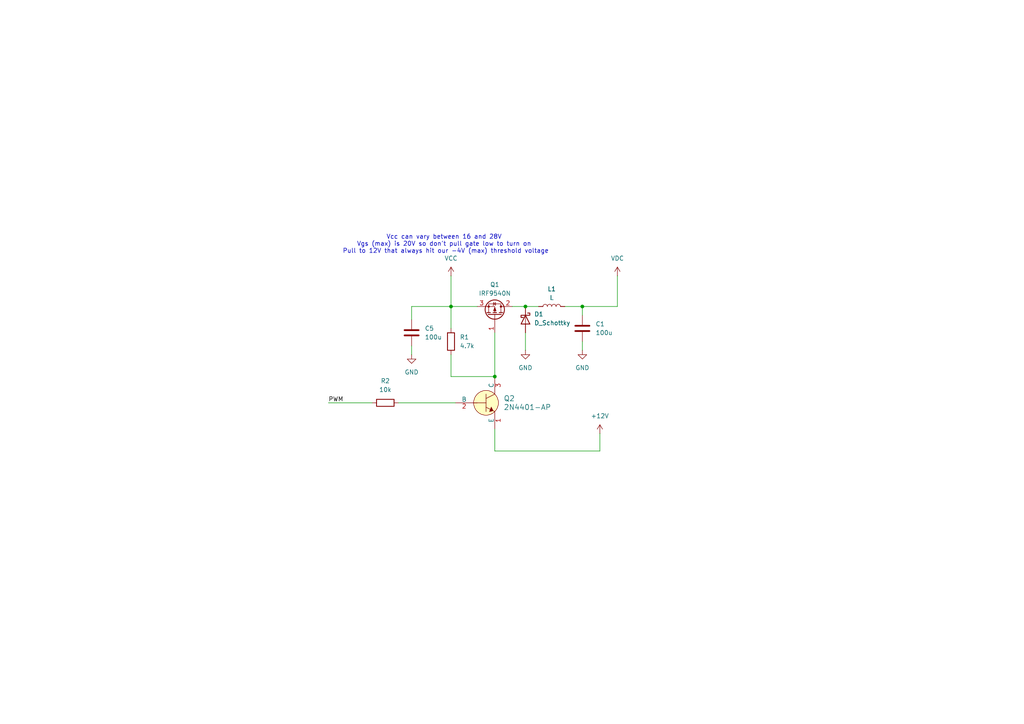
<source format=kicad_sch>
(kicad_sch (version 20231120) (generator "eeschema") (generator_version "8.0")
  (paper "A4")
  (lib_symbols
    (symbol "Device:C" (pin_numbers hide) (pin_names (offset 0.254))
      (property "Reference" "C" (at 0.635 2.54 0))
      (property "Value" "C" (at 0.635 -2.54 0))
      (symbol "C_0_1"
        (polyline (pts (xy -2.032 -0.762) (xy 2.032 -0.762)) (stroke (width 0.508)))
        (polyline (pts (xy -2.032 0.762) (xy 2.032 0.762)) (stroke (width 0.508)))
      )
      (symbol "C_1_1"
        (pin passive line (at 0 3.81 270) (length 2.794) (name "~") (number "1"))
        (pin passive line (at 0 -3.81 90) (length 2.794) (name "~") (number "2"))
      )
    )
    (symbol "Device:D_Schottky" (pin_numbers hide) (pin_names (offset 1.016) hide)
      (property "Reference" "D" (at 0 2.54 0))
      (property "Value" "D_Schottky" (at 0 -2.54 0))
      (symbol "D_Schottky_0_1"
        (polyline (pts (xy 1.27 0) (xy -1.27 0)))
        (polyline (pts (xy 1.27 1.27) (xy 1.27 -1.27) (xy -1.27 0) (xy 1.27 1.27)) (stroke (width 0.254)))
        (polyline (pts (xy -1.905 0.635) (xy -1.905 1.27) (xy -1.27 1.27) (xy -1.27 -1.27) (xy -0.635 -1.27) (xy -0.635 -0.635)) (stroke (width 0.254)))
      )
      (symbol "D_Schottky_1_1"
        (pin passive line (at -3.81 0 0) (length 2.54) (name "K") (number "1"))
        (pin passive line (at 3.81 0 180) (length 2.54) (name "A") (number "2"))
      )
    )
    (symbol "Device:L" (pin_numbers hide) (pin_names (offset 1.016) hide)
      (property "Reference" "L" (at -1.27 0 90))
      (property "Value" "L" (at 1.905 0 90))
      (symbol "L_0_1"
        (arc (start 0 -2.54) (mid 0.6323 -1.905) (end 0 -1.27))
        (arc (start 0 -1.27) (mid 0.6323 -0.635) (end 0 0))
        (arc (start 0 0) (mid 0.6323 0.635) (end 0 1.27))
        (arc (start 0 1.27) (mid 0.6323 1.905) (end 0 2.54))
      )
      (symbol "L_1_1"
        (pin passive line (at 0 3.81 270) (length 1.27) (name "1") (number "1"))
        (pin passive line (at 0 -3.81 90) (length 1.27) (name "2") (number "2"))
      )
    )
    (symbol "Device:R" (pin_numbers hide) (pin_names (offset 0))
      (property "Reference" "R" (at 2.032 0 90))
      (property "Value" "R" (at 0 0 90))
      (symbol "R_0_1"
        (rectangle (start -1.016 -2.54) (end 1.016 2.54) (stroke (width 0.254)))
      )
      (symbol "R_1_1"
        (pin passive line (at 0 3.81 270) (length 1.27) (name "~") (number "1"))
        (pin passive line (at 0 -3.81 90) (length 1.27) (name "~") (number "2"))
      )
    )
    (symbol "Transistor_FET:IRF9540N" (pin_names hide)
      (property "Reference" "Q" (at 5.08 1.905 0))
      (property "Value" "IRF9540N" (at 5.08 0 0))
      (symbol "IRF9540N_0_1"
        (polyline (pts (xy 0.254 0) (xy -2.54 0)))
        (polyline (pts (xy 0.254 1.905) (xy 0.254 -1.905)) (stroke (width 0.254)))
        (polyline (pts (xy 0.762 -1.27) (xy 0.762 -2.286)) (stroke (width 0.254)))
        (polyline (pts (xy 0.762 0.508) (xy 0.762 -0.508)) (stroke (width 0.254)))
        (polyline (pts (xy 0.762 2.286) (xy 0.762 1.27)) (stroke (width 0.254)))
        (polyline (pts (xy 2.54 2.54) (xy 2.54 1.778)))
        (polyline (pts (xy 2.54 -2.54) (xy 2.54 0) (xy 0.762 0)))
        (polyline (pts (xy 0.762 1.778) (xy 3.302 1.778) (xy 3.302 -1.778) (xy 0.762 -1.778)))
        (polyline (pts (xy 2.286 0) (xy 1.27 0.381) (xy 1.27 -0.381) (xy 2.286 0)) (fill (type outline)))
        (polyline (pts (xy 2.794 -0.508) (xy 2.921 -0.381) (xy 3.683 -0.381) (xy 3.81 -0.254)))
        (polyline (pts (xy 3.302 -0.381) (xy 2.921 0.254) (xy 3.683 0.254) (xy 3.302 -0.381)))
        (circle (center 1.651 0) (radius 2.794) (stroke (width 0.254)))
        (circle (center 2.54 -1.778) (radius 0.254) (fill (type outline)))
        (circle (center 2.54 1.778) (radius 0.254) (fill (type outline)))
      )
      (symbol "IRF9540N_1_1"
        (pin input line (at -5.08 0 0) (length 2.54) (name "G") (number "1"))
        (pin passive line (at 2.54 5.08 270) (length 2.54) (name "D") (number "2"))
        (pin passive line (at 2.54 -5.08 90) (length 2.54) (name "S") (number "3"))
      )
    )
    (symbol "dk_Transistors-Bipolar-BJT-Single:2N4401-AP" (pin_names (offset 0))
      (property "Reference" "Q" (at -3.81 3.81 0))
      (property "Value" "2N4401-AP" (at -11.43 -5.08 0))
      (symbol "2N4401-AP_0_1"
        (polyline (pts (xy -3.81 0) (xy -2.54 0)))
        (polyline (pts (xy -3.556 0) (xy 0 0)))
        (polyline (pts (xy 0 -1.27) (xy 2.54 -2.54)))
        (polyline (pts (xy 0 1.27) (xy 2.54 2.54)))
        (polyline (pts (xy 0 2.54) (xy 0 -2.54)))
        (polyline (pts (xy 1.524 -1.27) (xy 2.032 -2.286) (xy 1.016 -2.54) (xy 1.524 -1.27)) (fill (type outline)))
        (circle (center 0 0) (radius 3.5814) (fill (type background)))
      )
      (symbol "2N4401-AP_1_1"
        (pin input line (at 2.54 -7.62 90) (length 5.08) (name "E") (number "1"))
        (pin input line (at -8.89 0 0) (length 5.08) (name "B") (number "2"))
        (pin input line (at 2.54 7.62 270) (length 5.08) (name "C") (number "3"))
      )
    )
    (symbol "power:+12V" (power) (pin_numbers hide) (pin_names (offset 0) hide)
      (property "Value" "+12V" (at 0 3.556 0))
      (symbol "+12V_0_1"
        (polyline (pts (xy -0.762 1.27) (xy 0 2.54)))
        (polyline (pts (xy 0 0) (xy 0 2.54)))
        (polyline (pts (xy 0 2.54) (xy 0.762 1.27)))
      )
      (symbol "+12V_1_1"
        (pin power_in line (at 0 0 90) (length 0) (name "~") (number "1"))
      )
    )
    (symbol "power:GND" (power) (pin_numbers hide) (pin_names (offset 0) hide)
      (property "Value" "GND" (at 0 -3.81 0))
      (symbol "GND_0_1"
        (polyline (pts (xy 0 0) (xy 0 -1.27) (xy 1.27 -1.27) (xy 0 -2.54) (xy -1.27 -1.27) (xy 0 -1.27)))
      )
      (symbol "GND_1_1"
        (pin power_in line (at 0 0 270) (length 0) (name "~") (number "1"))
      )
    )
    (symbol "power:VCC" (power) (pin_numbers hide) (pin_names (offset 0) hide)
      (property "Value" "VCC" (at 0 3.556 0))
      (symbol "VCC_0_1"
        (polyline (pts (xy -0.762 1.27) (xy 0 2.54)))
        (polyline (pts (xy 0 0) (xy 0 2.54)))
        (polyline (pts (xy 0 2.54) (xy 0.762 1.27)))
      )
      (symbol "VCC_1_1"
        (pin power_in line (at 0 0 90) (length 0) (name "~") (number "1"))
      )
    )
    (symbol "power:VDC" (power) (pin_numbers hide) (pin_names (offset 0) hide)
      (property "Value" "VDC" (at 0 3.556 0))
      (symbol "VDC_0_1"
        (polyline (pts (xy -0.762 1.27) (xy 0 2.54)))
        (polyline (pts (xy 0 0) (xy 0 2.54)))
        (polyline (pts (xy 0 2.54) (xy 0.762 1.27)))
      )
      (symbol "VDC_1_1"
        (pin power_in line (at 0 0 90) (length 0) (name "~") (number "1"))
      )
    )
  )
  (junction (at 143.51 109.22))
  (junction (at 152.4 88.9))
  (junction (at 130.81 88.9))
  (junction (at 168.91 88.9))
  (wire (pts (xy 143.51 130.81) (xy 173.99 130.81)))
  (wire (pts (xy 168.91 91.44) (xy 168.91 88.9)))
  (wire (pts (xy 143.51 96.52) (xy 143.51 109.22)))
  (wire (pts (xy 138.43 88.9) (xy 130.81 88.9)))
  (wire (pts (xy 168.91 101.6) (xy 168.91 99.06)))
  (wire (pts (xy 152.4 88.9) (xy 156.21 88.9)))
  (wire (pts (xy 119.38 88.9) (xy 130.81 88.9)))
  (wire (pts (xy 132.08 116.84) (xy 115.57 116.84)))
  (wire (pts (xy 179.07 80.01) (xy 179.07 88.9)))
  (wire (pts (xy 143.51 109.22) (xy 130.81 109.22)))
  (wire (pts (xy 152.4 96.52) (xy 152.4 101.6)))
  (wire (pts (xy 168.91 88.9) (xy 179.07 88.9)))
  (wire (pts (xy 130.81 109.22) (xy 130.81 102.87)))
  (wire (pts (xy 173.99 125.73) (xy 173.99 130.81)))
  (wire (pts (xy 130.81 95.25) (xy 130.81 88.9)))
  (wire (pts (xy 95.25 116.84) (xy 107.95 116.84)))
  (wire (pts (xy 168.91 88.9) (xy 163.83 88.9)))
  (wire (pts (xy 130.81 80.01) (xy 130.81 88.9)))
  (wire (pts (xy 143.51 124.46) (xy 143.51 130.81)))
  (wire (pts (xy 119.38 102.87) (xy 119.38 100.33)))
  (wire (pts (xy 148.59 88.9) (xy 152.4 88.9)))
  (wire (pts (xy 119.38 88.9) (xy 119.38 92.71)))
  (text "Vcc can vary between 16 and 28V \nVgs (max) is 20V so don't pull gate low to turn on \nPull to 12V that always hit our -4V (max) threshold voltage\n" (at 129.286 70.866 0) (effects (font (size 1.27 1.27))))
  (label "PWM" (at 95.25 116.84 0))
  (symbol (lib_id "power:GND") (at 168.91 101.6 0) (unit 1)
    (property "Reference" "#PWR05" (effects (hide yes)))
    (property "Value" "GND" (at 168.91 106.68 0))
    (property "Description" "Power symbol creates a global label with name \"GND\" , ground" (effects (hide yes)))
  )
  (symbol (lib_id "power:VCC") (at 130.81 80.01 0) (unit 1)
    (property "Reference" "#PWR06" (effects (hide yes)))
    (property "Value" "VCC" (at 130.81 74.93 0))
    (property "Description" "Power symbol creates a global label with name \"VCC\"" (effects (hide yes)))
  )
  (symbol (lib_id "dk_Transistors-Bipolar-BJT-Single:2N4401-AP") (at 140.97 116.84 0) (unit 1)
    (property "Reference" "Q2" (at 146.05 115.5699 0) (effects (font (size 1.524 1.524)) (justify left)))
    (property "Value" "2N4401-AP" (at 146.05 118.1099 0) (effects (font (size 1.524 1.524)) (justify left)))
    (property "Footprint" "digikey-footprints:TO-92-3_Formed_Leads" (effects (hide yes)))
    (property "Datasheet" "https://www.mccsemi.com/pdf/Products/2N4401(TO-92).pdf" (effects (hide yes)))
    (property "Description" "TRANS NPN 40V TO92" (effects (hide yes)))
    (property "MPN" "2N4401-AP" (effects (hide yes)))
    (property "Category" "Discrete Semiconductor Products" (effects (hide yes)))
    (property "Family" "Transistors - Bipolar (BJT) - Single" (effects (hide yes)))
    (property "DK_Datasheet_Link" "https://www.mccsemi.com/pdf/Products/2N4401(TO-92).pdf" (effects (hide yes)))
    (property "DK_Detail_Page" "/product-detail/en/micro-commercial-co/2N4401-AP/2N4401-APCT-ND/950593" (effects (hide yes)))
    (property "Description_1" "TRANS NPN 40V TO92" (effects (hide yes)))
    (property "Manufacturer" "Micro Commercial Co" (effects (hide yes)))
    (property "Status" "Active" (effects (hide yes)))
  )
  (symbol (lib_id "power:GND") (at 152.4 101.6 0) (unit 1)
    (property "Reference" "#PWR04" (effects (hide yes)))
    (property "Value" "GND" (at 152.4 106.68 0))
    (property "Description" "Power symbol creates a global label with name \"GND\" , ground" (effects (hide yes)))
  )
  (symbol (lib_id "Device:L") (at 160.02 88.9 90) (unit 1)
    (property "Reference" "L1" (at 160.02 83.82 90))
    (property "Value" "L" (at 160.02 86.36 90))
    (property "Description" "Inductor" (effects (hide yes)))
  )
  (symbol (lib_id "Device:R") (at 111.76 116.84 90) (unit 1)
    (property "Reference" "R2" (at 111.76 110.49 90))
    (property "Value" "10k" (at 111.76 113.03 90))
    (property "Description" "Resistor" (effects (hide yes)))
  )
  (symbol (lib_id "power:GND") (at 119.38 102.87 0) (unit 1)
    (property "Reference" "#PWR048" (effects (hide yes)))
    (property "Value" "GND" (at 119.38 107.95 0))
    (property "Description" "Power symbol creates a global label with name \"GND\" , ground" (effects (hide yes)))
  )
  (symbol (lib_id "Device:D_Schottky") (at 152.4 92.71 270) (unit 1)
    (property "Reference" "D1" (at 154.94 91.1224 90) (effects (justify left)))
    (property "Value" "D_Schottky" (at 154.94 93.6624 90) (effects (justify left)))
    (property "Description" "Schottky diode" (effects (hide yes)))
  )
  (symbol (lib_id "Device:R") (at 130.81 99.06 0) (unit 1)
    (property "Reference" "R1" (at 133.35 97.7899 0) (effects (justify left)))
    (property "Value" "4.7k" (at 133.35 100.3299 0) (effects (justify left)))
    (property "Description" "Resistor" (effects (hide yes)))
  )
  (symbol (lib_id "Transistor_FET:IRF9540N") (at 143.51 91.44 270) (mirror x) (unit 1)
    (property "Reference" "Q1" (at 143.51 82.55 90))
    (property "Value" "IRF9540N" (at 143.51 85.09 90))
    (property "Footprint" "Package_TO_SOT_THT:TO-220-3_Vertical" (effects (hide yes)))
    (property "Datasheet" "http://www.irf.com/product-info/datasheets/data/irf9540n.pdf" (effects (hide yes)))
    (property "Description" "-23A Id, -100V Vds, 117mOhm Rds, P-Channel HEXFET Power MOSFET, TO-220" (effects (hide yes)))
  )
  (symbol (lib_id "power:+12V") (at 173.99 125.73 0) (unit 1)
    (property "Reference" "#PWR09" (effects (hide yes)))
    (property "Value" "+12V" (at 173.99 120.65 0))
    (property "Description" "Power symbol creates a global label with name \"+12V\"" (effects (hide yes)))
  )
  (symbol (lib_id "Device:C") (at 119.38 96.52 0) (unit 1)
    (property "Reference" "C5" (at 123.19 95.2499 0) (effects (justify left)))
    (property "Value" "100u" (at 123.19 97.7899 0) (effects (justify left)))
    (property "Description" "Unpolarized capacitor" (effects (hide yes)))
  )
  (symbol (lib_id "Device:C") (at 168.91 95.25 0) (unit 1)
    (property "Reference" "C1" (at 172.72 93.9799 0) (effects (justify left)))
    (property "Value" "100u" (at 172.72 96.5199 0) (effects (justify left)))
    (property "Description" "Unpolarized capacitor" (effects (hide yes)))
  )
  (symbol (lib_id "power:VDC") (at 179.07 80.01 0) (unit 1)
    (property "Reference" "#PWR07" (effects (hide yes)))
    (property "Value" "VDC" (at 179.07 74.93 0))
    (property "Description" "Power symbol creates a global label with name \"VDC\"" (effects (hide yes)))
  )
)
</source>
